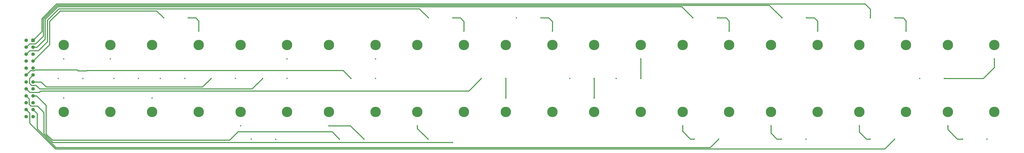
<source format=gbr>
%TF.GenerationSoftware,KiCad,Pcbnew,9.0.4*%
%TF.CreationDate,2025-09-16T19:44:55+08:00*%
%TF.ProjectId,accum_pcb_up,61636375-6d5f-4706-9362-5f75702e6b69,rev?*%
%TF.SameCoordinates,Original*%
%TF.FileFunction,Copper,L2,Inr*%
%TF.FilePolarity,Positive*%
%FSLAX46Y46*%
G04 Gerber Fmt 4.6, Leading zero omitted, Abs format (unit mm)*
G04 Created by KiCad (PCBNEW 9.0.4) date 2025-09-16 19:44:55*
%MOMM*%
%LPD*%
G01*
G04 APERTURE LIST*
G04 Aperture macros list*
%AMRoundRect*
0 Rectangle with rounded corners*
0 $1 Rounding radius*
0 $2 $3 $4 $5 $6 $7 $8 $9 X,Y pos of 4 corners*
0 Add a 4 corners polygon primitive as box body*
4,1,4,$2,$3,$4,$5,$6,$7,$8,$9,$2,$3,0*
0 Add four circle primitives for the rounded corners*
1,1,$1+$1,$2,$3*
1,1,$1+$1,$4,$5*
1,1,$1+$1,$6,$7*
1,1,$1+$1,$8,$9*
0 Add four rect primitives between the rounded corners*
20,1,$1+$1,$2,$3,$4,$5,0*
20,1,$1+$1,$4,$5,$6,$7,0*
20,1,$1+$1,$6,$7,$8,$9,0*
20,1,$1+$1,$8,$9,$2,$3,0*%
G04 Aperture macros list end*
%TA.AperFunction,ComponentPad*%
%ADD10C,4.500000*%
%TD*%
%TA.AperFunction,ComponentPad*%
%ADD11RoundRect,0.250001X-0.499999X0.499999X-0.499999X-0.499999X0.499999X-0.499999X0.499999X0.499999X0*%
%TD*%
%TA.AperFunction,ComponentPad*%
%ADD12C,1.500000*%
%TD*%
%TA.AperFunction,ViaPad*%
%ADD13C,0.600000*%
%TD*%
%TA.AperFunction,Conductor*%
%ADD14C,0.381000*%
%TD*%
G04 APERTURE END LIST*
D10*
%TO.N,/Cell_8-*%
%TO.C,*%
X235443015Y-179675500D03*
%TD*%
%TO.N,/Cell_14-*%
%TO.C,*%
X349583304Y-179680000D03*
%TD*%
%TO.N,N/C*%
%TO.C,*%
X367583985Y-179681500D03*
%TD*%
%TO.N,/Cell_22-*%
%TO.C,*%
X501770334Y-179686000D03*
%TD*%
%TO.N,N/C*%
%TO.C,*%
X139303985Y-179672500D03*
%TD*%
%TO.N,N/C*%
%TO.C,*%
X291491015Y-179678500D03*
%TD*%
%TO.N,N/C*%
%TO.C,*%
X177350333Y-179674000D03*
%TD*%
%TO.N,/Cell_7-*%
%TO.C,*%
X215382564Y-208611500D03*
%TD*%
%TO.N,N/C*%
%TO.C,*%
X159350015Y-208610500D03*
%TD*%
%TO.N,/Cell_5-*%
%TO.C,*%
X177350696Y-208612000D03*
%TD*%
%TO.N,N/C*%
%TO.C,*%
X121303682Y-208611500D03*
%TD*%
%TO.N,/Cell_15-*%
%TO.C,*%
X367584348Y-208619500D03*
%TD*%
%TO.N,/Cell_19-*%
%TO.C,*%
X443678015Y-208620500D03*
%TD*%
%TO.N,/Cell_17-*%
%TO.C,*%
X405631363Y-208619000D03*
%TD*%
%TO.N,N/C*%
%TO.C,*%
X235443378Y-208611500D03*
%TD*%
%TO.N,/Cell_16-*%
%TO.C,*%
X387629652Y-179681500D03*
%TD*%
D11*
%TO.N,/Cell_20-_out*%
%TO.C,J1*%
X88070000Y-177652144D03*
D12*
%TO.N,/Cell_16-_out*%
X88070000Y-180652144D03*
%TO.N,/Cell_1+_out*%
X88070000Y-183652144D03*
%TO.N,/Cell_4-_out*%
X88070000Y-186652144D03*
%TO.N,/Cell_2-_out*%
X88070000Y-189652144D03*
%TO.N,/Cell_6-_out*%
X88070000Y-192652144D03*
%TO.N,/Cell_3-_out*%
X88070000Y-195652144D03*
%TO.N,/Cell_1-_out*%
X88070000Y-198652144D03*
%TO.N,/Cell_7-_out*%
X88070000Y-201652144D03*
%TO.N,/Cell_5-_out*%
X88070000Y-204652144D03*
%TO.N,/Cell_15-_out*%
X88070000Y-207652144D03*
%TO.N,/Cell_17-_out*%
X88070000Y-210652144D03*
%TO.N,/Cell_22-_out*%
X85070000Y-177652144D03*
%TO.N,/Cell_18-_out*%
X85070000Y-180652144D03*
%TO.N,/Cell_10-_out*%
X85070000Y-183652144D03*
%TO.N,/Cell_12-_out*%
X85070000Y-186652144D03*
%TO.N,/Cell_14-_out*%
X85070000Y-189652144D03*
%TO.N,/Cell_8-_out*%
X85070000Y-192652144D03*
%TO.N,/Cell_13-_out*%
X85070000Y-195652144D03*
%TO.N,/Cell_11-_out*%
X85070000Y-198652144D03*
%TO.N,/Cell_9-_out*%
X85070000Y-201652144D03*
%TO.N,unconnected-(J1-Pin_22-Pad22)*%
X85070000Y-204652144D03*
%TO.N,/Cell_19-_out*%
X85070000Y-207652144D03*
%TO.N,/Cell_21-_out*%
X85070000Y-210652144D03*
%TD*%
D10*
%TO.N,N/C*%
%TO.C,*%
X425677030Y-208619000D03*
%TD*%
%TO.N,N/C*%
%TO.C,*%
X311536682Y-208611500D03*
%TD*%
%TO.N,/Cell_12-*%
%TO.C,*%
X311536682Y-179678500D03*
%TD*%
%TO.N,N/C*%
%TO.C,*%
X349583667Y-208618000D03*
%TD*%
%TO.N,/Cell_6-*%
%TO.C,*%
X197396000Y-179674000D03*
%TD*%
%TO.N,/Cell_9-*%
%TO.C,*%
X253444363Y-208613000D03*
%TD*%
%TO.N,N/C*%
%TO.C,*%
X329537637Y-179680000D03*
%TD*%
%TO.N,/Cell_11-*%
%TO.C,*%
X291491015Y-208611500D03*
%TD*%
%TO.N,N/C*%
%TO.C,*%
X273490030Y-208613000D03*
%TD*%
%TO.N,N/C*%
%TO.C,*%
X387630015Y-208619500D03*
%TD*%
%TO.N,/Cell_10-*%
%TO.C,*%
X273489667Y-179677000D03*
%TD*%
%TO.N,N/C*%
%TO.C,*%
X215397348Y-179675500D03*
%TD*%
%TO.N,N/C*%
%TO.C,*%
X443677652Y-179684500D03*
%TD*%
%TO.N,/Cell_20-*%
%TO.C,*%
X463723319Y-179684500D03*
%TD*%
%TO.N,/Cell_4-*%
%TO.C,*%
X159349652Y-179672500D03*
%TD*%
%TO.N,/Cell_3-*%
%TO.C,*%
X139304348Y-208610500D03*
%TD*%
%TO.N,/Cell_1+*%
%TO.C,*%
X101257652Y-179673500D03*
%TD*%
%TO.N,N/C*%
%TO.C,*%
X481724667Y-179686000D03*
%TD*%
%TO.N,/Cell_21-*%
%TO.C,*%
X481724667Y-208619000D03*
%TD*%
%TO.N,/Cell_2-*%
%TO.C,*%
X121303319Y-179673500D03*
%TD*%
%TO.N,/Cell_13-*%
%TO.C,*%
X329538000Y-208618000D03*
%TD*%
%TO.N,/Cell_1-*%
%TO.C,*%
X101258015Y-208611500D03*
%TD*%
%TO.N,N/C*%
%TO.C,*%
X501770334Y-208619000D03*
%TD*%
%TO.N,N/C*%
%TO.C,*%
X405631000Y-179683000D03*
%TD*%
%TO.N,N/C*%
%TO.C,*%
X463723682Y-208620500D03*
%TD*%
%TO.N,/Cell_18-*%
%TO.C,*%
X425676667Y-179683000D03*
%TD*%
%TO.N,N/C*%
%TO.C,*%
X253444000Y-179677000D03*
%TD*%
%TO.N,N/C*%
%TO.C,*%
X197396363Y-208612000D03*
%TD*%
D13*
%TO.N,/Cell_1+_out*%
X98925000Y-194152145D03*
%TO.N,/Cell_1+*%
X101257652Y-185673500D03*
X109475000Y-194152145D03*
%TO.N,/Cell_1-_out*%
X122891000Y-194152145D03*
%TO.N,/Cell_1-*%
X133441000Y-194152145D03*
X101258015Y-202611500D03*
%TO.N,/Cell_2-*%
X121303319Y-185673500D03*
X153392000Y-194152145D03*
%TO.N,/Cell_2-_out*%
X142842000Y-194152145D03*
%TO.N,/Cell_3-_out*%
X164645000Y-194152145D03*
%TO.N,/Cell_3-*%
X139304348Y-202610500D03*
X175195000Y-194152145D03*
%TO.N,/Cell_4-*%
X154833000Y-167947000D03*
X159349652Y-173673500D03*
%TO.N,/Cell_4-_out*%
X144283000Y-167947000D03*
%TO.N,/Cell_5-_out*%
X192426114Y-220468114D03*
%TO.N,/Cell_5-*%
X177350696Y-214612000D03*
X181964228Y-220380000D03*
%TO.N,/Cell_6-_out*%
X186846000Y-194152145D03*
%TO.N,/Cell_6-*%
X197396000Y-185674000D03*
X197396000Y-194152145D03*
%TO.N,/Cell_7-_out*%
X219878000Y-220380000D03*
%TO.N,/Cell_7-*%
X230428000Y-220380000D03*
X215382564Y-214612000D03*
%TO.N,/Cell_8-_out*%
X224906000Y-194152145D03*
%TO.N,/Cell_8-*%
X235456000Y-194152145D03*
X235443015Y-185675500D03*
%TO.N,/Cell_9-_out*%
X268570000Y-221880000D03*
%TO.N,/Cell_9-*%
X258020000Y-220380000D03*
X253444363Y-214612000D03*
%TO.N,/Cell_10-_out*%
X258197000Y-167947000D03*
%TO.N,/Cell_10-*%
X268747000Y-167947000D03*
X273489667Y-173673500D03*
%TO.N,/Cell_11-_out*%
X280948000Y-194152145D03*
%TO.N,/Cell_11-*%
X291498000Y-194152145D03*
X291491015Y-202611500D03*
%TO.N,/Cell_12-*%
X306629000Y-167947000D03*
X311536682Y-173673500D03*
%TO.N,/Cell_12-_out*%
X296079000Y-167947000D03*
%TO.N,/Cell_13-*%
X329546000Y-194152145D03*
X329538000Y-202618000D03*
%TO.N,/Cell_13-_out*%
X318996000Y-194152145D03*
%TO.N,/Cell_14-_out*%
X339043000Y-194152145D03*
%TO.N,/Cell_14-*%
X349593000Y-194152145D03*
X349583304Y-185680000D03*
%TO.N,/Cell_15-*%
X367584348Y-214612000D03*
X372584000Y-220380000D03*
%TO.N,/Cell_15-_out*%
X383134000Y-220380000D03*
%TO.N,/Cell_16-*%
X382597000Y-167947000D03*
X387629652Y-173673500D03*
%TO.N,/Cell_16-_out*%
X372047000Y-167947000D03*
%TO.N,/Cell_17-_out*%
X420668200Y-220380000D03*
%TO.N,/Cell_17-*%
X405631363Y-214612000D03*
X410118200Y-220380000D03*
%TO.N,/Cell_18-_out*%
X410339000Y-167947000D03*
%TO.N,/Cell_18-*%
X425676667Y-173673500D03*
X420889000Y-167947000D03*
%TO.N,/Cell_19-_out*%
X458816000Y-220380000D03*
%TO.N,/Cell_19-*%
X448266000Y-220380000D03*
X443678015Y-214612000D03*
%TO.N,/Cell_20-_out*%
X448407000Y-167947000D03*
%TO.N,/Cell_20-*%
X463723319Y-173673500D03*
X458957000Y-167947000D03*
%TO.N,/Cell_21-*%
X481724667Y-214612000D03*
X488069000Y-220380000D03*
%TO.N,/Cell_21-_out*%
X498619000Y-220380000D03*
%TO.N,/Cell_22-*%
X480201000Y-194152145D03*
X501770334Y-185673500D03*
%TO.N,/Cell_22-_out*%
X469651000Y-194152145D03*
%TD*%
D14*
%TO.N,/Cell_3-_out*%
X93689000Y-197834000D02*
X160963145Y-197834000D01*
X160963145Y-197834000D02*
X164645000Y-194152145D01*
X91507144Y-195652144D02*
X93689000Y-197834000D01*
X88070000Y-195652144D02*
X91507144Y-195652144D01*
%TO.N,/Cell_4-*%
X159349652Y-169243652D02*
X158053000Y-167947000D01*
X158053000Y-167947000D02*
X154833000Y-167947000D01*
X159349652Y-173673500D02*
X159349652Y-169243652D01*
%TO.N,/Cell_4-_out*%
X99766000Y-164909000D02*
X141245000Y-164909000D01*
X95197000Y-179525144D02*
X95197000Y-169478000D01*
X141245000Y-164909000D02*
X144283000Y-167947000D01*
X88070000Y-186652144D02*
X95197000Y-179525144D01*
X95197000Y-169478000D02*
X99766000Y-164909000D01*
%TO.N,/Cell_5-_out*%
X192426114Y-220468114D02*
X192514228Y-220380000D01*
%TO.N,/Cell_6-_out*%
X87374000Y-197120000D02*
X86562000Y-196308000D01*
X86562000Y-196308000D02*
X86562000Y-194160144D01*
X182311145Y-198687000D02*
X90917000Y-198687000D01*
X186846000Y-194152145D02*
X182311145Y-198687000D01*
X86562000Y-194160144D02*
X88070000Y-192652144D01*
X89350000Y-197120000D02*
X87374000Y-197120000D01*
X90917000Y-198687000D02*
X89350000Y-197120000D01*
%TO.N,/Cell_7-_out*%
X172670000Y-220846000D02*
X176303000Y-217213000D01*
X176303000Y-217213000D02*
X216711000Y-217213000D01*
X93670000Y-205780000D02*
X93670000Y-218181000D01*
X216711000Y-217213000D02*
X219878000Y-220380000D01*
X93670000Y-218181000D02*
X96335000Y-220846000D01*
X96335000Y-220846000D02*
X172670000Y-220846000D01*
X89542144Y-201652144D02*
X93670000Y-205780000D01*
X88070000Y-201652144D02*
X89542144Y-201652144D01*
%TO.N,/Cell_7-*%
X224660000Y-214612000D02*
X230428000Y-220380000D01*
X215382564Y-214612000D02*
X224660000Y-214612000D01*
%TO.N,/Cell_8-_out*%
X107757641Y-190866500D02*
X107471223Y-190866500D01*
X108044075Y-190866500D02*
X108044070Y-190866505D01*
X224906000Y-194152145D02*
X221451855Y-190698000D01*
X88542825Y-190793644D02*
X87597175Y-190793644D01*
X111044429Y-190866500D02*
X108044075Y-190866500D01*
X107471212Y-190866495D02*
X107069717Y-190465000D01*
X221451855Y-190698000D02*
X111212929Y-190698000D01*
X88871469Y-190465000D02*
X88542825Y-190793644D01*
X111212929Y-190698000D02*
X111044429Y-190866500D01*
X87501531Y-190698000D02*
X87024144Y-190698000D01*
X107471223Y-190866500D02*
X107471218Y-190866495D01*
X107471218Y-190866495D02*
X107471212Y-190866495D01*
X87024144Y-190698000D02*
X85070000Y-192652144D01*
X108044070Y-190866505D02*
X107757641Y-190866500D01*
X87597175Y-190793644D02*
X87501531Y-190698000D01*
X107069717Y-190465000D02*
X88871469Y-190465000D01*
%TO.N,/Cell_9-_out*%
X89951000Y-206122000D02*
X92687000Y-208858000D01*
X86343000Y-202925144D02*
X86343000Y-205342000D01*
X92687000Y-218021072D02*
X96545928Y-221880000D01*
X86343000Y-205342000D02*
X87123000Y-206122000D01*
X87123000Y-206122000D02*
X89951000Y-206122000D01*
X85070000Y-201652144D02*
X86343000Y-202925144D01*
X96545928Y-221880000D02*
X268570000Y-221880000D01*
X92687000Y-208858000D02*
X92687000Y-218021072D01*
%TO.N,/Cell_9-*%
X253444363Y-214612000D02*
X253444363Y-215804363D01*
X253444363Y-215804363D02*
X258020000Y-220380000D01*
%TO.N,/Cell_10-_out*%
X94206000Y-178272000D02*
X94206000Y-168966000D01*
X254243000Y-163993000D02*
X258197000Y-167947000D01*
X99179000Y-163993000D02*
X254243000Y-163993000D01*
X86604144Y-182118000D02*
X90360000Y-182118000D01*
X85070000Y-183652144D02*
X86604144Y-182118000D01*
X94206000Y-168966000D02*
X99179000Y-163993000D01*
X90360000Y-182118000D02*
X94206000Y-178272000D01*
%TO.N,/Cell_10-*%
X271958000Y-167947000D02*
X268747000Y-167947000D01*
X273489667Y-173673500D02*
X273489667Y-169478667D01*
X273489667Y-169478667D02*
X271958000Y-167947000D01*
%TO.N,/Cell_11-_out*%
X275563145Y-199537000D02*
X280948000Y-194152145D01*
X86577856Y-200160000D02*
X90694928Y-200160000D01*
X90694928Y-200160000D02*
X91317928Y-199537000D01*
X85070000Y-198652144D02*
X86577856Y-200160000D01*
X91317928Y-199537000D02*
X275563145Y-199537000D01*
%TO.N,/Cell_11-*%
X291491015Y-202611500D02*
X291498000Y-202604515D01*
X291498000Y-202604515D02*
X291498000Y-194152145D01*
%TO.N,/Cell_12-*%
X311536682Y-169541682D02*
X309942000Y-167947000D01*
X311536682Y-173673500D02*
X311536682Y-169541682D01*
X309942000Y-167947000D02*
X306629000Y-167947000D01*
%TO.N,/Cell_13-*%
X329546000Y-202610000D02*
X329538000Y-202618000D01*
X329546000Y-194152145D02*
X329546000Y-202610000D01*
%TO.N,/Cell_14-*%
X349593000Y-194152145D02*
X349593000Y-185689696D01*
X349593000Y-185689696D02*
X349583304Y-185680000D01*
%TO.N,/Cell_15-*%
X367584348Y-217054348D02*
X370910000Y-220380000D01*
X367584348Y-214612000D02*
X367584348Y-217054348D01*
X370910000Y-220380000D02*
X372584000Y-220380000D01*
%TO.N,/Cell_15-_out*%
X379448000Y-224066000D02*
X383134000Y-220380000D01*
X97908856Y-224066000D02*
X379448000Y-224066000D01*
X89797000Y-209379144D02*
X89797000Y-215954144D01*
X88070000Y-207652144D02*
X89797000Y-209379144D01*
X89797000Y-215954144D02*
X97908856Y-224066000D01*
%TO.N,/Cell_16-*%
X387629652Y-173673500D02*
X387629652Y-169274652D01*
X387629652Y-169274652D02*
X386302000Y-167947000D01*
X386302000Y-167947000D02*
X382597000Y-167947000D01*
%TO.N,/Cell_16-_out*%
X98638072Y-163089000D02*
X367189000Y-163089000D01*
X88070000Y-180652144D02*
X89703856Y-180652144D01*
X367189000Y-163089000D02*
X372047000Y-167947000D01*
X89703856Y-180652144D02*
X93205000Y-177151000D01*
X93205000Y-177151000D02*
X93205000Y-168522072D01*
X93205000Y-168522072D02*
X98638072Y-163089000D01*
%TO.N,/Cell_17-*%
X410118200Y-220380000D02*
X408196000Y-220380000D01*
X408196000Y-220380000D02*
X405631363Y-217815363D01*
X405631363Y-217815363D02*
X405631363Y-214612000D01*
%TO.N,/Cell_18-_out*%
X404899000Y-162507000D02*
X410339000Y-167947000D01*
X98397000Y-162507000D02*
X404899000Y-162507000D01*
X92444000Y-175878000D02*
X92444000Y-168460000D01*
X92444000Y-168460000D02*
X98397000Y-162507000D01*
X86570144Y-179152000D02*
X89170000Y-179152000D01*
X85070000Y-180652144D02*
X86570144Y-179152000D01*
X89170000Y-179152000D02*
X92444000Y-175878000D01*
%TO.N,/Cell_18-*%
X424258000Y-167947000D02*
X420889000Y-167947000D01*
X425676667Y-169365667D02*
X424258000Y-167947000D01*
X425676667Y-173673500D02*
X425676667Y-169365667D01*
%TO.N,/Cell_19-_out*%
X97667784Y-224648000D02*
X454548000Y-224648000D01*
X454548000Y-224648000D02*
X458816000Y-220380000D01*
X86596000Y-209178144D02*
X86596000Y-213576216D01*
X85070000Y-207652144D02*
X86596000Y-209178144D01*
X86596000Y-213576216D02*
X97667784Y-224648000D01*
%TO.N,/Cell_19-*%
X448266000Y-220380000D02*
X446706000Y-220380000D01*
X446706000Y-220380000D02*
X443678015Y-217352015D01*
X443678015Y-217352015D02*
X443678015Y-214612000D01*
%TO.N,/Cell_20-_out*%
X98155928Y-161925000D02*
X91862000Y-168218928D01*
X91862000Y-168218928D02*
X91862000Y-173860144D01*
X448407000Y-164205000D02*
X446127000Y-161925000D01*
X448407000Y-167947000D02*
X448407000Y-164205000D01*
X91862000Y-173860144D02*
X88070000Y-177652144D01*
X446127000Y-161925000D02*
X98155928Y-161925000D01*
%TO.N,/Cell_20-*%
X463723319Y-173673500D02*
X463723319Y-169167319D01*
X462503000Y-167947000D02*
X458957000Y-167947000D01*
X463723319Y-169167319D02*
X462503000Y-167947000D01*
%TO.N,/Cell_21-*%
X481724667Y-216267667D02*
X481724667Y-214612000D01*
X488069000Y-220380000D02*
X485837000Y-220380000D01*
X481762679Y-214650012D02*
X481724667Y-214612000D01*
X485837000Y-220380000D02*
X481724667Y-216267667D01*
%TO.N,/Cell_22-*%
X501770334Y-189387666D02*
X501770334Y-185673500D01*
X480201000Y-194152145D02*
X497005855Y-194152145D01*
X497005855Y-194152145D02*
X501770334Y-189387666D01*
%TD*%
M02*

</source>
